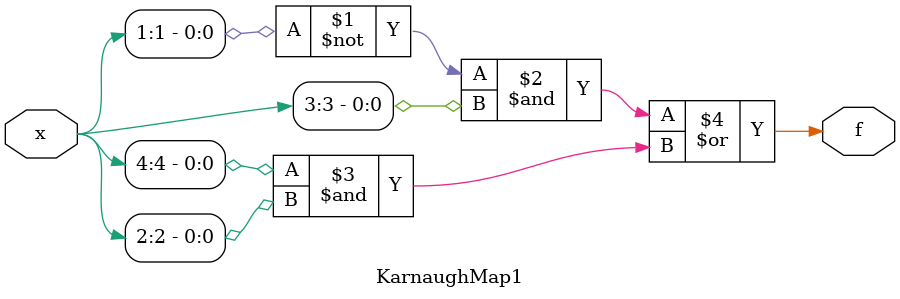
<source format=v>


module KarnaughMap1
(
  input [4:1] x,
  output f
);

  assign f = ~x[1] & x[3] | x[4] & x[2];

endmodule


</source>
